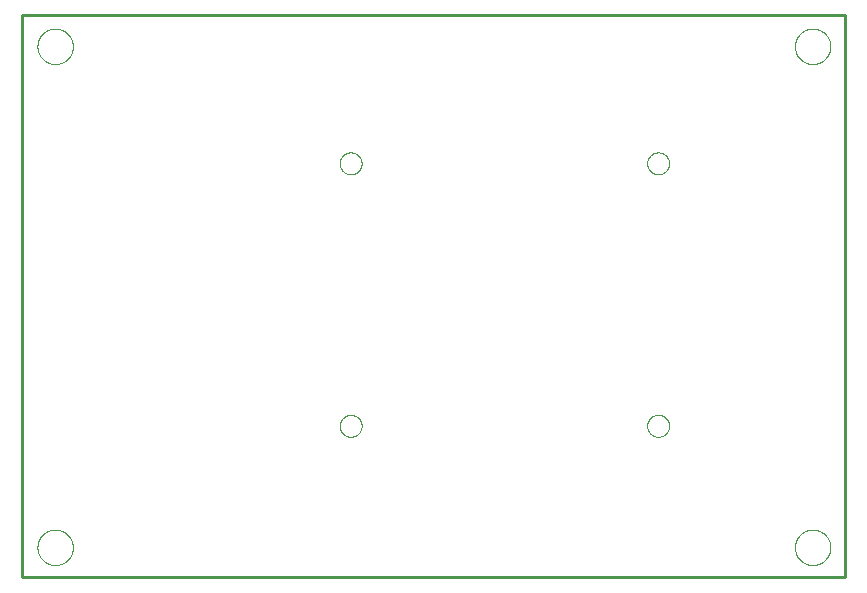
<source format=gtp>
G75*
%MOIN*%
%OFA0B0*%
%FSLAX25Y25*%
%IPPOS*%
%LPD*%
%AMOC8*
5,1,8,0,0,1.08239X$1,22.5*
%
%ADD10C,0.01000*%
%ADD11C,0.00000*%
D10*
X0028300Y0031800D02*
X0028300Y0219261D01*
X0302501Y0219261D01*
X0302501Y0031800D01*
X0028300Y0031800D01*
D11*
X0033394Y0041800D02*
X0033396Y0041953D01*
X0033402Y0042107D01*
X0033412Y0042260D01*
X0033426Y0042412D01*
X0033444Y0042565D01*
X0033466Y0042716D01*
X0033491Y0042867D01*
X0033521Y0043018D01*
X0033555Y0043168D01*
X0033592Y0043316D01*
X0033633Y0043464D01*
X0033678Y0043610D01*
X0033727Y0043756D01*
X0033780Y0043900D01*
X0033836Y0044042D01*
X0033896Y0044183D01*
X0033960Y0044323D01*
X0034027Y0044461D01*
X0034098Y0044597D01*
X0034173Y0044731D01*
X0034250Y0044863D01*
X0034332Y0044993D01*
X0034416Y0045121D01*
X0034504Y0045247D01*
X0034595Y0045370D01*
X0034689Y0045491D01*
X0034787Y0045609D01*
X0034887Y0045725D01*
X0034991Y0045838D01*
X0035097Y0045949D01*
X0035206Y0046057D01*
X0035318Y0046162D01*
X0035432Y0046263D01*
X0035550Y0046362D01*
X0035669Y0046458D01*
X0035791Y0046551D01*
X0035916Y0046640D01*
X0036043Y0046727D01*
X0036172Y0046809D01*
X0036303Y0046889D01*
X0036436Y0046965D01*
X0036571Y0047038D01*
X0036708Y0047107D01*
X0036847Y0047172D01*
X0036987Y0047234D01*
X0037129Y0047292D01*
X0037272Y0047347D01*
X0037417Y0047398D01*
X0037563Y0047445D01*
X0037710Y0047488D01*
X0037858Y0047527D01*
X0038007Y0047563D01*
X0038157Y0047594D01*
X0038308Y0047622D01*
X0038459Y0047646D01*
X0038612Y0047666D01*
X0038764Y0047682D01*
X0038917Y0047694D01*
X0039070Y0047702D01*
X0039223Y0047706D01*
X0039377Y0047706D01*
X0039530Y0047702D01*
X0039683Y0047694D01*
X0039836Y0047682D01*
X0039988Y0047666D01*
X0040141Y0047646D01*
X0040292Y0047622D01*
X0040443Y0047594D01*
X0040593Y0047563D01*
X0040742Y0047527D01*
X0040890Y0047488D01*
X0041037Y0047445D01*
X0041183Y0047398D01*
X0041328Y0047347D01*
X0041471Y0047292D01*
X0041613Y0047234D01*
X0041753Y0047172D01*
X0041892Y0047107D01*
X0042029Y0047038D01*
X0042164Y0046965D01*
X0042297Y0046889D01*
X0042428Y0046809D01*
X0042557Y0046727D01*
X0042684Y0046640D01*
X0042809Y0046551D01*
X0042931Y0046458D01*
X0043050Y0046362D01*
X0043168Y0046263D01*
X0043282Y0046162D01*
X0043394Y0046057D01*
X0043503Y0045949D01*
X0043609Y0045838D01*
X0043713Y0045725D01*
X0043813Y0045609D01*
X0043911Y0045491D01*
X0044005Y0045370D01*
X0044096Y0045247D01*
X0044184Y0045121D01*
X0044268Y0044993D01*
X0044350Y0044863D01*
X0044427Y0044731D01*
X0044502Y0044597D01*
X0044573Y0044461D01*
X0044640Y0044323D01*
X0044704Y0044183D01*
X0044764Y0044042D01*
X0044820Y0043900D01*
X0044873Y0043756D01*
X0044922Y0043610D01*
X0044967Y0043464D01*
X0045008Y0043316D01*
X0045045Y0043168D01*
X0045079Y0043018D01*
X0045109Y0042867D01*
X0045134Y0042716D01*
X0045156Y0042565D01*
X0045174Y0042412D01*
X0045188Y0042260D01*
X0045198Y0042107D01*
X0045204Y0041953D01*
X0045206Y0041800D01*
X0045204Y0041647D01*
X0045198Y0041493D01*
X0045188Y0041340D01*
X0045174Y0041188D01*
X0045156Y0041035D01*
X0045134Y0040884D01*
X0045109Y0040733D01*
X0045079Y0040582D01*
X0045045Y0040432D01*
X0045008Y0040284D01*
X0044967Y0040136D01*
X0044922Y0039990D01*
X0044873Y0039844D01*
X0044820Y0039700D01*
X0044764Y0039558D01*
X0044704Y0039417D01*
X0044640Y0039277D01*
X0044573Y0039139D01*
X0044502Y0039003D01*
X0044427Y0038869D01*
X0044350Y0038737D01*
X0044268Y0038607D01*
X0044184Y0038479D01*
X0044096Y0038353D01*
X0044005Y0038230D01*
X0043911Y0038109D01*
X0043813Y0037991D01*
X0043713Y0037875D01*
X0043609Y0037762D01*
X0043503Y0037651D01*
X0043394Y0037543D01*
X0043282Y0037438D01*
X0043168Y0037337D01*
X0043050Y0037238D01*
X0042931Y0037142D01*
X0042809Y0037049D01*
X0042684Y0036960D01*
X0042557Y0036873D01*
X0042428Y0036791D01*
X0042297Y0036711D01*
X0042164Y0036635D01*
X0042029Y0036562D01*
X0041892Y0036493D01*
X0041753Y0036428D01*
X0041613Y0036366D01*
X0041471Y0036308D01*
X0041328Y0036253D01*
X0041183Y0036202D01*
X0041037Y0036155D01*
X0040890Y0036112D01*
X0040742Y0036073D01*
X0040593Y0036037D01*
X0040443Y0036006D01*
X0040292Y0035978D01*
X0040141Y0035954D01*
X0039988Y0035934D01*
X0039836Y0035918D01*
X0039683Y0035906D01*
X0039530Y0035898D01*
X0039377Y0035894D01*
X0039223Y0035894D01*
X0039070Y0035898D01*
X0038917Y0035906D01*
X0038764Y0035918D01*
X0038612Y0035934D01*
X0038459Y0035954D01*
X0038308Y0035978D01*
X0038157Y0036006D01*
X0038007Y0036037D01*
X0037858Y0036073D01*
X0037710Y0036112D01*
X0037563Y0036155D01*
X0037417Y0036202D01*
X0037272Y0036253D01*
X0037129Y0036308D01*
X0036987Y0036366D01*
X0036847Y0036428D01*
X0036708Y0036493D01*
X0036571Y0036562D01*
X0036436Y0036635D01*
X0036303Y0036711D01*
X0036172Y0036791D01*
X0036043Y0036873D01*
X0035916Y0036960D01*
X0035791Y0037049D01*
X0035669Y0037142D01*
X0035550Y0037238D01*
X0035432Y0037337D01*
X0035318Y0037438D01*
X0035206Y0037543D01*
X0035097Y0037651D01*
X0034991Y0037762D01*
X0034887Y0037875D01*
X0034787Y0037991D01*
X0034689Y0038109D01*
X0034595Y0038230D01*
X0034504Y0038353D01*
X0034416Y0038479D01*
X0034332Y0038607D01*
X0034250Y0038737D01*
X0034173Y0038869D01*
X0034098Y0039003D01*
X0034027Y0039139D01*
X0033960Y0039277D01*
X0033896Y0039417D01*
X0033836Y0039558D01*
X0033780Y0039700D01*
X0033727Y0039844D01*
X0033678Y0039990D01*
X0033633Y0040136D01*
X0033592Y0040284D01*
X0033555Y0040432D01*
X0033521Y0040582D01*
X0033491Y0040733D01*
X0033466Y0040884D01*
X0033444Y0041035D01*
X0033426Y0041188D01*
X0033412Y0041340D01*
X0033402Y0041493D01*
X0033396Y0041647D01*
X0033394Y0041800D01*
X0134150Y0082300D02*
X0134152Y0082421D01*
X0134158Y0082541D01*
X0134168Y0082662D01*
X0134182Y0082781D01*
X0134200Y0082901D01*
X0134222Y0083019D01*
X0134247Y0083137D01*
X0134277Y0083254D01*
X0134310Y0083370D01*
X0134348Y0083485D01*
X0134389Y0083599D01*
X0134434Y0083711D01*
X0134482Y0083821D01*
X0134534Y0083930D01*
X0134590Y0084037D01*
X0134649Y0084142D01*
X0134712Y0084246D01*
X0134778Y0084347D01*
X0134847Y0084445D01*
X0134920Y0084542D01*
X0134995Y0084636D01*
X0135074Y0084727D01*
X0135156Y0084816D01*
X0135240Y0084902D01*
X0135328Y0084985D01*
X0135418Y0085066D01*
X0135511Y0085143D01*
X0135606Y0085217D01*
X0135704Y0085288D01*
X0135804Y0085356D01*
X0135906Y0085420D01*
X0136010Y0085481D01*
X0136116Y0085538D01*
X0136224Y0085592D01*
X0136334Y0085643D01*
X0136445Y0085689D01*
X0136558Y0085732D01*
X0136672Y0085771D01*
X0136787Y0085807D01*
X0136904Y0085838D01*
X0137021Y0085866D01*
X0137140Y0085890D01*
X0137259Y0085910D01*
X0137378Y0085926D01*
X0137499Y0085938D01*
X0137619Y0085946D01*
X0137740Y0085950D01*
X0137860Y0085950D01*
X0137981Y0085946D01*
X0138101Y0085938D01*
X0138222Y0085926D01*
X0138341Y0085910D01*
X0138460Y0085890D01*
X0138579Y0085866D01*
X0138696Y0085838D01*
X0138813Y0085807D01*
X0138928Y0085771D01*
X0139042Y0085732D01*
X0139155Y0085689D01*
X0139266Y0085643D01*
X0139376Y0085592D01*
X0139484Y0085538D01*
X0139590Y0085481D01*
X0139694Y0085420D01*
X0139796Y0085356D01*
X0139896Y0085288D01*
X0139994Y0085217D01*
X0140089Y0085143D01*
X0140182Y0085066D01*
X0140272Y0084985D01*
X0140360Y0084902D01*
X0140444Y0084816D01*
X0140526Y0084727D01*
X0140605Y0084636D01*
X0140680Y0084542D01*
X0140753Y0084445D01*
X0140822Y0084347D01*
X0140888Y0084246D01*
X0140951Y0084142D01*
X0141010Y0084037D01*
X0141066Y0083930D01*
X0141118Y0083821D01*
X0141166Y0083711D01*
X0141211Y0083599D01*
X0141252Y0083485D01*
X0141290Y0083370D01*
X0141323Y0083254D01*
X0141353Y0083137D01*
X0141378Y0083019D01*
X0141400Y0082901D01*
X0141418Y0082781D01*
X0141432Y0082662D01*
X0141442Y0082541D01*
X0141448Y0082421D01*
X0141450Y0082300D01*
X0141448Y0082179D01*
X0141442Y0082059D01*
X0141432Y0081938D01*
X0141418Y0081819D01*
X0141400Y0081699D01*
X0141378Y0081581D01*
X0141353Y0081463D01*
X0141323Y0081346D01*
X0141290Y0081230D01*
X0141252Y0081115D01*
X0141211Y0081001D01*
X0141166Y0080889D01*
X0141118Y0080779D01*
X0141066Y0080670D01*
X0141010Y0080563D01*
X0140951Y0080458D01*
X0140888Y0080354D01*
X0140822Y0080253D01*
X0140753Y0080155D01*
X0140680Y0080058D01*
X0140605Y0079964D01*
X0140526Y0079873D01*
X0140444Y0079784D01*
X0140360Y0079698D01*
X0140272Y0079615D01*
X0140182Y0079534D01*
X0140089Y0079457D01*
X0139994Y0079383D01*
X0139896Y0079312D01*
X0139796Y0079244D01*
X0139694Y0079180D01*
X0139590Y0079119D01*
X0139484Y0079062D01*
X0139376Y0079008D01*
X0139266Y0078957D01*
X0139155Y0078911D01*
X0139042Y0078868D01*
X0138928Y0078829D01*
X0138813Y0078793D01*
X0138696Y0078762D01*
X0138579Y0078734D01*
X0138460Y0078710D01*
X0138341Y0078690D01*
X0138222Y0078674D01*
X0138101Y0078662D01*
X0137981Y0078654D01*
X0137860Y0078650D01*
X0137740Y0078650D01*
X0137619Y0078654D01*
X0137499Y0078662D01*
X0137378Y0078674D01*
X0137259Y0078690D01*
X0137140Y0078710D01*
X0137021Y0078734D01*
X0136904Y0078762D01*
X0136787Y0078793D01*
X0136672Y0078829D01*
X0136558Y0078868D01*
X0136445Y0078911D01*
X0136334Y0078957D01*
X0136224Y0079008D01*
X0136116Y0079062D01*
X0136010Y0079119D01*
X0135906Y0079180D01*
X0135804Y0079244D01*
X0135704Y0079312D01*
X0135606Y0079383D01*
X0135511Y0079457D01*
X0135418Y0079534D01*
X0135328Y0079615D01*
X0135240Y0079698D01*
X0135156Y0079784D01*
X0135074Y0079873D01*
X0134995Y0079964D01*
X0134920Y0080058D01*
X0134847Y0080155D01*
X0134778Y0080253D01*
X0134712Y0080354D01*
X0134649Y0080458D01*
X0134590Y0080563D01*
X0134534Y0080670D01*
X0134482Y0080779D01*
X0134434Y0080889D01*
X0134389Y0081001D01*
X0134348Y0081115D01*
X0134310Y0081230D01*
X0134277Y0081346D01*
X0134247Y0081463D01*
X0134222Y0081581D01*
X0134200Y0081699D01*
X0134182Y0081819D01*
X0134168Y0081938D01*
X0134158Y0082059D01*
X0134152Y0082179D01*
X0134150Y0082300D01*
X0236650Y0082300D02*
X0236652Y0082421D01*
X0236658Y0082541D01*
X0236668Y0082662D01*
X0236682Y0082781D01*
X0236700Y0082901D01*
X0236722Y0083019D01*
X0236747Y0083137D01*
X0236777Y0083254D01*
X0236810Y0083370D01*
X0236848Y0083485D01*
X0236889Y0083599D01*
X0236934Y0083711D01*
X0236982Y0083821D01*
X0237034Y0083930D01*
X0237090Y0084037D01*
X0237149Y0084142D01*
X0237212Y0084246D01*
X0237278Y0084347D01*
X0237347Y0084445D01*
X0237420Y0084542D01*
X0237495Y0084636D01*
X0237574Y0084727D01*
X0237656Y0084816D01*
X0237740Y0084902D01*
X0237828Y0084985D01*
X0237918Y0085066D01*
X0238011Y0085143D01*
X0238106Y0085217D01*
X0238204Y0085288D01*
X0238304Y0085356D01*
X0238406Y0085420D01*
X0238510Y0085481D01*
X0238616Y0085538D01*
X0238724Y0085592D01*
X0238834Y0085643D01*
X0238945Y0085689D01*
X0239058Y0085732D01*
X0239172Y0085771D01*
X0239287Y0085807D01*
X0239404Y0085838D01*
X0239521Y0085866D01*
X0239640Y0085890D01*
X0239759Y0085910D01*
X0239878Y0085926D01*
X0239999Y0085938D01*
X0240119Y0085946D01*
X0240240Y0085950D01*
X0240360Y0085950D01*
X0240481Y0085946D01*
X0240601Y0085938D01*
X0240722Y0085926D01*
X0240841Y0085910D01*
X0240960Y0085890D01*
X0241079Y0085866D01*
X0241196Y0085838D01*
X0241313Y0085807D01*
X0241428Y0085771D01*
X0241542Y0085732D01*
X0241655Y0085689D01*
X0241766Y0085643D01*
X0241876Y0085592D01*
X0241984Y0085538D01*
X0242090Y0085481D01*
X0242194Y0085420D01*
X0242296Y0085356D01*
X0242396Y0085288D01*
X0242494Y0085217D01*
X0242589Y0085143D01*
X0242682Y0085066D01*
X0242772Y0084985D01*
X0242860Y0084902D01*
X0242944Y0084816D01*
X0243026Y0084727D01*
X0243105Y0084636D01*
X0243180Y0084542D01*
X0243253Y0084445D01*
X0243322Y0084347D01*
X0243388Y0084246D01*
X0243451Y0084142D01*
X0243510Y0084037D01*
X0243566Y0083930D01*
X0243618Y0083821D01*
X0243666Y0083711D01*
X0243711Y0083599D01*
X0243752Y0083485D01*
X0243790Y0083370D01*
X0243823Y0083254D01*
X0243853Y0083137D01*
X0243878Y0083019D01*
X0243900Y0082901D01*
X0243918Y0082781D01*
X0243932Y0082662D01*
X0243942Y0082541D01*
X0243948Y0082421D01*
X0243950Y0082300D01*
X0243948Y0082179D01*
X0243942Y0082059D01*
X0243932Y0081938D01*
X0243918Y0081819D01*
X0243900Y0081699D01*
X0243878Y0081581D01*
X0243853Y0081463D01*
X0243823Y0081346D01*
X0243790Y0081230D01*
X0243752Y0081115D01*
X0243711Y0081001D01*
X0243666Y0080889D01*
X0243618Y0080779D01*
X0243566Y0080670D01*
X0243510Y0080563D01*
X0243451Y0080458D01*
X0243388Y0080354D01*
X0243322Y0080253D01*
X0243253Y0080155D01*
X0243180Y0080058D01*
X0243105Y0079964D01*
X0243026Y0079873D01*
X0242944Y0079784D01*
X0242860Y0079698D01*
X0242772Y0079615D01*
X0242682Y0079534D01*
X0242589Y0079457D01*
X0242494Y0079383D01*
X0242396Y0079312D01*
X0242296Y0079244D01*
X0242194Y0079180D01*
X0242090Y0079119D01*
X0241984Y0079062D01*
X0241876Y0079008D01*
X0241766Y0078957D01*
X0241655Y0078911D01*
X0241542Y0078868D01*
X0241428Y0078829D01*
X0241313Y0078793D01*
X0241196Y0078762D01*
X0241079Y0078734D01*
X0240960Y0078710D01*
X0240841Y0078690D01*
X0240722Y0078674D01*
X0240601Y0078662D01*
X0240481Y0078654D01*
X0240360Y0078650D01*
X0240240Y0078650D01*
X0240119Y0078654D01*
X0239999Y0078662D01*
X0239878Y0078674D01*
X0239759Y0078690D01*
X0239640Y0078710D01*
X0239521Y0078734D01*
X0239404Y0078762D01*
X0239287Y0078793D01*
X0239172Y0078829D01*
X0239058Y0078868D01*
X0238945Y0078911D01*
X0238834Y0078957D01*
X0238724Y0079008D01*
X0238616Y0079062D01*
X0238510Y0079119D01*
X0238406Y0079180D01*
X0238304Y0079244D01*
X0238204Y0079312D01*
X0238106Y0079383D01*
X0238011Y0079457D01*
X0237918Y0079534D01*
X0237828Y0079615D01*
X0237740Y0079698D01*
X0237656Y0079784D01*
X0237574Y0079873D01*
X0237495Y0079964D01*
X0237420Y0080058D01*
X0237347Y0080155D01*
X0237278Y0080253D01*
X0237212Y0080354D01*
X0237149Y0080458D01*
X0237090Y0080563D01*
X0237034Y0080670D01*
X0236982Y0080779D01*
X0236934Y0080889D01*
X0236889Y0081001D01*
X0236848Y0081115D01*
X0236810Y0081230D01*
X0236777Y0081346D01*
X0236747Y0081463D01*
X0236722Y0081581D01*
X0236700Y0081699D01*
X0236682Y0081819D01*
X0236668Y0081938D01*
X0236658Y0082059D01*
X0236652Y0082179D01*
X0236650Y0082300D01*
X0285894Y0041800D02*
X0285896Y0041953D01*
X0285902Y0042107D01*
X0285912Y0042260D01*
X0285926Y0042412D01*
X0285944Y0042565D01*
X0285966Y0042716D01*
X0285991Y0042867D01*
X0286021Y0043018D01*
X0286055Y0043168D01*
X0286092Y0043316D01*
X0286133Y0043464D01*
X0286178Y0043610D01*
X0286227Y0043756D01*
X0286280Y0043900D01*
X0286336Y0044042D01*
X0286396Y0044183D01*
X0286460Y0044323D01*
X0286527Y0044461D01*
X0286598Y0044597D01*
X0286673Y0044731D01*
X0286750Y0044863D01*
X0286832Y0044993D01*
X0286916Y0045121D01*
X0287004Y0045247D01*
X0287095Y0045370D01*
X0287189Y0045491D01*
X0287287Y0045609D01*
X0287387Y0045725D01*
X0287491Y0045838D01*
X0287597Y0045949D01*
X0287706Y0046057D01*
X0287818Y0046162D01*
X0287932Y0046263D01*
X0288050Y0046362D01*
X0288169Y0046458D01*
X0288291Y0046551D01*
X0288416Y0046640D01*
X0288543Y0046727D01*
X0288672Y0046809D01*
X0288803Y0046889D01*
X0288936Y0046965D01*
X0289071Y0047038D01*
X0289208Y0047107D01*
X0289347Y0047172D01*
X0289487Y0047234D01*
X0289629Y0047292D01*
X0289772Y0047347D01*
X0289917Y0047398D01*
X0290063Y0047445D01*
X0290210Y0047488D01*
X0290358Y0047527D01*
X0290507Y0047563D01*
X0290657Y0047594D01*
X0290808Y0047622D01*
X0290959Y0047646D01*
X0291112Y0047666D01*
X0291264Y0047682D01*
X0291417Y0047694D01*
X0291570Y0047702D01*
X0291723Y0047706D01*
X0291877Y0047706D01*
X0292030Y0047702D01*
X0292183Y0047694D01*
X0292336Y0047682D01*
X0292488Y0047666D01*
X0292641Y0047646D01*
X0292792Y0047622D01*
X0292943Y0047594D01*
X0293093Y0047563D01*
X0293242Y0047527D01*
X0293390Y0047488D01*
X0293537Y0047445D01*
X0293683Y0047398D01*
X0293828Y0047347D01*
X0293971Y0047292D01*
X0294113Y0047234D01*
X0294253Y0047172D01*
X0294392Y0047107D01*
X0294529Y0047038D01*
X0294664Y0046965D01*
X0294797Y0046889D01*
X0294928Y0046809D01*
X0295057Y0046727D01*
X0295184Y0046640D01*
X0295309Y0046551D01*
X0295431Y0046458D01*
X0295550Y0046362D01*
X0295668Y0046263D01*
X0295782Y0046162D01*
X0295894Y0046057D01*
X0296003Y0045949D01*
X0296109Y0045838D01*
X0296213Y0045725D01*
X0296313Y0045609D01*
X0296411Y0045491D01*
X0296505Y0045370D01*
X0296596Y0045247D01*
X0296684Y0045121D01*
X0296768Y0044993D01*
X0296850Y0044863D01*
X0296927Y0044731D01*
X0297002Y0044597D01*
X0297073Y0044461D01*
X0297140Y0044323D01*
X0297204Y0044183D01*
X0297264Y0044042D01*
X0297320Y0043900D01*
X0297373Y0043756D01*
X0297422Y0043610D01*
X0297467Y0043464D01*
X0297508Y0043316D01*
X0297545Y0043168D01*
X0297579Y0043018D01*
X0297609Y0042867D01*
X0297634Y0042716D01*
X0297656Y0042565D01*
X0297674Y0042412D01*
X0297688Y0042260D01*
X0297698Y0042107D01*
X0297704Y0041953D01*
X0297706Y0041800D01*
X0297704Y0041647D01*
X0297698Y0041493D01*
X0297688Y0041340D01*
X0297674Y0041188D01*
X0297656Y0041035D01*
X0297634Y0040884D01*
X0297609Y0040733D01*
X0297579Y0040582D01*
X0297545Y0040432D01*
X0297508Y0040284D01*
X0297467Y0040136D01*
X0297422Y0039990D01*
X0297373Y0039844D01*
X0297320Y0039700D01*
X0297264Y0039558D01*
X0297204Y0039417D01*
X0297140Y0039277D01*
X0297073Y0039139D01*
X0297002Y0039003D01*
X0296927Y0038869D01*
X0296850Y0038737D01*
X0296768Y0038607D01*
X0296684Y0038479D01*
X0296596Y0038353D01*
X0296505Y0038230D01*
X0296411Y0038109D01*
X0296313Y0037991D01*
X0296213Y0037875D01*
X0296109Y0037762D01*
X0296003Y0037651D01*
X0295894Y0037543D01*
X0295782Y0037438D01*
X0295668Y0037337D01*
X0295550Y0037238D01*
X0295431Y0037142D01*
X0295309Y0037049D01*
X0295184Y0036960D01*
X0295057Y0036873D01*
X0294928Y0036791D01*
X0294797Y0036711D01*
X0294664Y0036635D01*
X0294529Y0036562D01*
X0294392Y0036493D01*
X0294253Y0036428D01*
X0294113Y0036366D01*
X0293971Y0036308D01*
X0293828Y0036253D01*
X0293683Y0036202D01*
X0293537Y0036155D01*
X0293390Y0036112D01*
X0293242Y0036073D01*
X0293093Y0036037D01*
X0292943Y0036006D01*
X0292792Y0035978D01*
X0292641Y0035954D01*
X0292488Y0035934D01*
X0292336Y0035918D01*
X0292183Y0035906D01*
X0292030Y0035898D01*
X0291877Y0035894D01*
X0291723Y0035894D01*
X0291570Y0035898D01*
X0291417Y0035906D01*
X0291264Y0035918D01*
X0291112Y0035934D01*
X0290959Y0035954D01*
X0290808Y0035978D01*
X0290657Y0036006D01*
X0290507Y0036037D01*
X0290358Y0036073D01*
X0290210Y0036112D01*
X0290063Y0036155D01*
X0289917Y0036202D01*
X0289772Y0036253D01*
X0289629Y0036308D01*
X0289487Y0036366D01*
X0289347Y0036428D01*
X0289208Y0036493D01*
X0289071Y0036562D01*
X0288936Y0036635D01*
X0288803Y0036711D01*
X0288672Y0036791D01*
X0288543Y0036873D01*
X0288416Y0036960D01*
X0288291Y0037049D01*
X0288169Y0037142D01*
X0288050Y0037238D01*
X0287932Y0037337D01*
X0287818Y0037438D01*
X0287706Y0037543D01*
X0287597Y0037651D01*
X0287491Y0037762D01*
X0287387Y0037875D01*
X0287287Y0037991D01*
X0287189Y0038109D01*
X0287095Y0038230D01*
X0287004Y0038353D01*
X0286916Y0038479D01*
X0286832Y0038607D01*
X0286750Y0038737D01*
X0286673Y0038869D01*
X0286598Y0039003D01*
X0286527Y0039139D01*
X0286460Y0039277D01*
X0286396Y0039417D01*
X0286336Y0039558D01*
X0286280Y0039700D01*
X0286227Y0039844D01*
X0286178Y0039990D01*
X0286133Y0040136D01*
X0286092Y0040284D01*
X0286055Y0040432D01*
X0286021Y0040582D01*
X0285991Y0040733D01*
X0285966Y0040884D01*
X0285944Y0041035D01*
X0285926Y0041188D01*
X0285912Y0041340D01*
X0285902Y0041493D01*
X0285896Y0041647D01*
X0285894Y0041800D01*
X0236650Y0169800D02*
X0236652Y0169921D01*
X0236658Y0170041D01*
X0236668Y0170162D01*
X0236682Y0170281D01*
X0236700Y0170401D01*
X0236722Y0170519D01*
X0236747Y0170637D01*
X0236777Y0170754D01*
X0236810Y0170870D01*
X0236848Y0170985D01*
X0236889Y0171099D01*
X0236934Y0171211D01*
X0236982Y0171321D01*
X0237034Y0171430D01*
X0237090Y0171537D01*
X0237149Y0171642D01*
X0237212Y0171746D01*
X0237278Y0171847D01*
X0237347Y0171945D01*
X0237420Y0172042D01*
X0237495Y0172136D01*
X0237574Y0172227D01*
X0237656Y0172316D01*
X0237740Y0172402D01*
X0237828Y0172485D01*
X0237918Y0172566D01*
X0238011Y0172643D01*
X0238106Y0172717D01*
X0238204Y0172788D01*
X0238304Y0172856D01*
X0238406Y0172920D01*
X0238510Y0172981D01*
X0238616Y0173038D01*
X0238724Y0173092D01*
X0238834Y0173143D01*
X0238945Y0173189D01*
X0239058Y0173232D01*
X0239172Y0173271D01*
X0239287Y0173307D01*
X0239404Y0173338D01*
X0239521Y0173366D01*
X0239640Y0173390D01*
X0239759Y0173410D01*
X0239878Y0173426D01*
X0239999Y0173438D01*
X0240119Y0173446D01*
X0240240Y0173450D01*
X0240360Y0173450D01*
X0240481Y0173446D01*
X0240601Y0173438D01*
X0240722Y0173426D01*
X0240841Y0173410D01*
X0240960Y0173390D01*
X0241079Y0173366D01*
X0241196Y0173338D01*
X0241313Y0173307D01*
X0241428Y0173271D01*
X0241542Y0173232D01*
X0241655Y0173189D01*
X0241766Y0173143D01*
X0241876Y0173092D01*
X0241984Y0173038D01*
X0242090Y0172981D01*
X0242194Y0172920D01*
X0242296Y0172856D01*
X0242396Y0172788D01*
X0242494Y0172717D01*
X0242589Y0172643D01*
X0242682Y0172566D01*
X0242772Y0172485D01*
X0242860Y0172402D01*
X0242944Y0172316D01*
X0243026Y0172227D01*
X0243105Y0172136D01*
X0243180Y0172042D01*
X0243253Y0171945D01*
X0243322Y0171847D01*
X0243388Y0171746D01*
X0243451Y0171642D01*
X0243510Y0171537D01*
X0243566Y0171430D01*
X0243618Y0171321D01*
X0243666Y0171211D01*
X0243711Y0171099D01*
X0243752Y0170985D01*
X0243790Y0170870D01*
X0243823Y0170754D01*
X0243853Y0170637D01*
X0243878Y0170519D01*
X0243900Y0170401D01*
X0243918Y0170281D01*
X0243932Y0170162D01*
X0243942Y0170041D01*
X0243948Y0169921D01*
X0243950Y0169800D01*
X0243948Y0169679D01*
X0243942Y0169559D01*
X0243932Y0169438D01*
X0243918Y0169319D01*
X0243900Y0169199D01*
X0243878Y0169081D01*
X0243853Y0168963D01*
X0243823Y0168846D01*
X0243790Y0168730D01*
X0243752Y0168615D01*
X0243711Y0168501D01*
X0243666Y0168389D01*
X0243618Y0168279D01*
X0243566Y0168170D01*
X0243510Y0168063D01*
X0243451Y0167958D01*
X0243388Y0167854D01*
X0243322Y0167753D01*
X0243253Y0167655D01*
X0243180Y0167558D01*
X0243105Y0167464D01*
X0243026Y0167373D01*
X0242944Y0167284D01*
X0242860Y0167198D01*
X0242772Y0167115D01*
X0242682Y0167034D01*
X0242589Y0166957D01*
X0242494Y0166883D01*
X0242396Y0166812D01*
X0242296Y0166744D01*
X0242194Y0166680D01*
X0242090Y0166619D01*
X0241984Y0166562D01*
X0241876Y0166508D01*
X0241766Y0166457D01*
X0241655Y0166411D01*
X0241542Y0166368D01*
X0241428Y0166329D01*
X0241313Y0166293D01*
X0241196Y0166262D01*
X0241079Y0166234D01*
X0240960Y0166210D01*
X0240841Y0166190D01*
X0240722Y0166174D01*
X0240601Y0166162D01*
X0240481Y0166154D01*
X0240360Y0166150D01*
X0240240Y0166150D01*
X0240119Y0166154D01*
X0239999Y0166162D01*
X0239878Y0166174D01*
X0239759Y0166190D01*
X0239640Y0166210D01*
X0239521Y0166234D01*
X0239404Y0166262D01*
X0239287Y0166293D01*
X0239172Y0166329D01*
X0239058Y0166368D01*
X0238945Y0166411D01*
X0238834Y0166457D01*
X0238724Y0166508D01*
X0238616Y0166562D01*
X0238510Y0166619D01*
X0238406Y0166680D01*
X0238304Y0166744D01*
X0238204Y0166812D01*
X0238106Y0166883D01*
X0238011Y0166957D01*
X0237918Y0167034D01*
X0237828Y0167115D01*
X0237740Y0167198D01*
X0237656Y0167284D01*
X0237574Y0167373D01*
X0237495Y0167464D01*
X0237420Y0167558D01*
X0237347Y0167655D01*
X0237278Y0167753D01*
X0237212Y0167854D01*
X0237149Y0167958D01*
X0237090Y0168063D01*
X0237034Y0168170D01*
X0236982Y0168279D01*
X0236934Y0168389D01*
X0236889Y0168501D01*
X0236848Y0168615D01*
X0236810Y0168730D01*
X0236777Y0168846D01*
X0236747Y0168963D01*
X0236722Y0169081D01*
X0236700Y0169199D01*
X0236682Y0169319D01*
X0236668Y0169438D01*
X0236658Y0169559D01*
X0236652Y0169679D01*
X0236650Y0169800D01*
X0285894Y0208800D02*
X0285896Y0208953D01*
X0285902Y0209107D01*
X0285912Y0209260D01*
X0285926Y0209412D01*
X0285944Y0209565D01*
X0285966Y0209716D01*
X0285991Y0209867D01*
X0286021Y0210018D01*
X0286055Y0210168D01*
X0286092Y0210316D01*
X0286133Y0210464D01*
X0286178Y0210610D01*
X0286227Y0210756D01*
X0286280Y0210900D01*
X0286336Y0211042D01*
X0286396Y0211183D01*
X0286460Y0211323D01*
X0286527Y0211461D01*
X0286598Y0211597D01*
X0286673Y0211731D01*
X0286750Y0211863D01*
X0286832Y0211993D01*
X0286916Y0212121D01*
X0287004Y0212247D01*
X0287095Y0212370D01*
X0287189Y0212491D01*
X0287287Y0212609D01*
X0287387Y0212725D01*
X0287491Y0212838D01*
X0287597Y0212949D01*
X0287706Y0213057D01*
X0287818Y0213162D01*
X0287932Y0213263D01*
X0288050Y0213362D01*
X0288169Y0213458D01*
X0288291Y0213551D01*
X0288416Y0213640D01*
X0288543Y0213727D01*
X0288672Y0213809D01*
X0288803Y0213889D01*
X0288936Y0213965D01*
X0289071Y0214038D01*
X0289208Y0214107D01*
X0289347Y0214172D01*
X0289487Y0214234D01*
X0289629Y0214292D01*
X0289772Y0214347D01*
X0289917Y0214398D01*
X0290063Y0214445D01*
X0290210Y0214488D01*
X0290358Y0214527D01*
X0290507Y0214563D01*
X0290657Y0214594D01*
X0290808Y0214622D01*
X0290959Y0214646D01*
X0291112Y0214666D01*
X0291264Y0214682D01*
X0291417Y0214694D01*
X0291570Y0214702D01*
X0291723Y0214706D01*
X0291877Y0214706D01*
X0292030Y0214702D01*
X0292183Y0214694D01*
X0292336Y0214682D01*
X0292488Y0214666D01*
X0292641Y0214646D01*
X0292792Y0214622D01*
X0292943Y0214594D01*
X0293093Y0214563D01*
X0293242Y0214527D01*
X0293390Y0214488D01*
X0293537Y0214445D01*
X0293683Y0214398D01*
X0293828Y0214347D01*
X0293971Y0214292D01*
X0294113Y0214234D01*
X0294253Y0214172D01*
X0294392Y0214107D01*
X0294529Y0214038D01*
X0294664Y0213965D01*
X0294797Y0213889D01*
X0294928Y0213809D01*
X0295057Y0213727D01*
X0295184Y0213640D01*
X0295309Y0213551D01*
X0295431Y0213458D01*
X0295550Y0213362D01*
X0295668Y0213263D01*
X0295782Y0213162D01*
X0295894Y0213057D01*
X0296003Y0212949D01*
X0296109Y0212838D01*
X0296213Y0212725D01*
X0296313Y0212609D01*
X0296411Y0212491D01*
X0296505Y0212370D01*
X0296596Y0212247D01*
X0296684Y0212121D01*
X0296768Y0211993D01*
X0296850Y0211863D01*
X0296927Y0211731D01*
X0297002Y0211597D01*
X0297073Y0211461D01*
X0297140Y0211323D01*
X0297204Y0211183D01*
X0297264Y0211042D01*
X0297320Y0210900D01*
X0297373Y0210756D01*
X0297422Y0210610D01*
X0297467Y0210464D01*
X0297508Y0210316D01*
X0297545Y0210168D01*
X0297579Y0210018D01*
X0297609Y0209867D01*
X0297634Y0209716D01*
X0297656Y0209565D01*
X0297674Y0209412D01*
X0297688Y0209260D01*
X0297698Y0209107D01*
X0297704Y0208953D01*
X0297706Y0208800D01*
X0297704Y0208647D01*
X0297698Y0208493D01*
X0297688Y0208340D01*
X0297674Y0208188D01*
X0297656Y0208035D01*
X0297634Y0207884D01*
X0297609Y0207733D01*
X0297579Y0207582D01*
X0297545Y0207432D01*
X0297508Y0207284D01*
X0297467Y0207136D01*
X0297422Y0206990D01*
X0297373Y0206844D01*
X0297320Y0206700D01*
X0297264Y0206558D01*
X0297204Y0206417D01*
X0297140Y0206277D01*
X0297073Y0206139D01*
X0297002Y0206003D01*
X0296927Y0205869D01*
X0296850Y0205737D01*
X0296768Y0205607D01*
X0296684Y0205479D01*
X0296596Y0205353D01*
X0296505Y0205230D01*
X0296411Y0205109D01*
X0296313Y0204991D01*
X0296213Y0204875D01*
X0296109Y0204762D01*
X0296003Y0204651D01*
X0295894Y0204543D01*
X0295782Y0204438D01*
X0295668Y0204337D01*
X0295550Y0204238D01*
X0295431Y0204142D01*
X0295309Y0204049D01*
X0295184Y0203960D01*
X0295057Y0203873D01*
X0294928Y0203791D01*
X0294797Y0203711D01*
X0294664Y0203635D01*
X0294529Y0203562D01*
X0294392Y0203493D01*
X0294253Y0203428D01*
X0294113Y0203366D01*
X0293971Y0203308D01*
X0293828Y0203253D01*
X0293683Y0203202D01*
X0293537Y0203155D01*
X0293390Y0203112D01*
X0293242Y0203073D01*
X0293093Y0203037D01*
X0292943Y0203006D01*
X0292792Y0202978D01*
X0292641Y0202954D01*
X0292488Y0202934D01*
X0292336Y0202918D01*
X0292183Y0202906D01*
X0292030Y0202898D01*
X0291877Y0202894D01*
X0291723Y0202894D01*
X0291570Y0202898D01*
X0291417Y0202906D01*
X0291264Y0202918D01*
X0291112Y0202934D01*
X0290959Y0202954D01*
X0290808Y0202978D01*
X0290657Y0203006D01*
X0290507Y0203037D01*
X0290358Y0203073D01*
X0290210Y0203112D01*
X0290063Y0203155D01*
X0289917Y0203202D01*
X0289772Y0203253D01*
X0289629Y0203308D01*
X0289487Y0203366D01*
X0289347Y0203428D01*
X0289208Y0203493D01*
X0289071Y0203562D01*
X0288936Y0203635D01*
X0288803Y0203711D01*
X0288672Y0203791D01*
X0288543Y0203873D01*
X0288416Y0203960D01*
X0288291Y0204049D01*
X0288169Y0204142D01*
X0288050Y0204238D01*
X0287932Y0204337D01*
X0287818Y0204438D01*
X0287706Y0204543D01*
X0287597Y0204651D01*
X0287491Y0204762D01*
X0287387Y0204875D01*
X0287287Y0204991D01*
X0287189Y0205109D01*
X0287095Y0205230D01*
X0287004Y0205353D01*
X0286916Y0205479D01*
X0286832Y0205607D01*
X0286750Y0205737D01*
X0286673Y0205869D01*
X0286598Y0206003D01*
X0286527Y0206139D01*
X0286460Y0206277D01*
X0286396Y0206417D01*
X0286336Y0206558D01*
X0286280Y0206700D01*
X0286227Y0206844D01*
X0286178Y0206990D01*
X0286133Y0207136D01*
X0286092Y0207284D01*
X0286055Y0207432D01*
X0286021Y0207582D01*
X0285991Y0207733D01*
X0285966Y0207884D01*
X0285944Y0208035D01*
X0285926Y0208188D01*
X0285912Y0208340D01*
X0285902Y0208493D01*
X0285896Y0208647D01*
X0285894Y0208800D01*
X0134150Y0169800D02*
X0134152Y0169921D01*
X0134158Y0170041D01*
X0134168Y0170162D01*
X0134182Y0170281D01*
X0134200Y0170401D01*
X0134222Y0170519D01*
X0134247Y0170637D01*
X0134277Y0170754D01*
X0134310Y0170870D01*
X0134348Y0170985D01*
X0134389Y0171099D01*
X0134434Y0171211D01*
X0134482Y0171321D01*
X0134534Y0171430D01*
X0134590Y0171537D01*
X0134649Y0171642D01*
X0134712Y0171746D01*
X0134778Y0171847D01*
X0134847Y0171945D01*
X0134920Y0172042D01*
X0134995Y0172136D01*
X0135074Y0172227D01*
X0135156Y0172316D01*
X0135240Y0172402D01*
X0135328Y0172485D01*
X0135418Y0172566D01*
X0135511Y0172643D01*
X0135606Y0172717D01*
X0135704Y0172788D01*
X0135804Y0172856D01*
X0135906Y0172920D01*
X0136010Y0172981D01*
X0136116Y0173038D01*
X0136224Y0173092D01*
X0136334Y0173143D01*
X0136445Y0173189D01*
X0136558Y0173232D01*
X0136672Y0173271D01*
X0136787Y0173307D01*
X0136904Y0173338D01*
X0137021Y0173366D01*
X0137140Y0173390D01*
X0137259Y0173410D01*
X0137378Y0173426D01*
X0137499Y0173438D01*
X0137619Y0173446D01*
X0137740Y0173450D01*
X0137860Y0173450D01*
X0137981Y0173446D01*
X0138101Y0173438D01*
X0138222Y0173426D01*
X0138341Y0173410D01*
X0138460Y0173390D01*
X0138579Y0173366D01*
X0138696Y0173338D01*
X0138813Y0173307D01*
X0138928Y0173271D01*
X0139042Y0173232D01*
X0139155Y0173189D01*
X0139266Y0173143D01*
X0139376Y0173092D01*
X0139484Y0173038D01*
X0139590Y0172981D01*
X0139694Y0172920D01*
X0139796Y0172856D01*
X0139896Y0172788D01*
X0139994Y0172717D01*
X0140089Y0172643D01*
X0140182Y0172566D01*
X0140272Y0172485D01*
X0140360Y0172402D01*
X0140444Y0172316D01*
X0140526Y0172227D01*
X0140605Y0172136D01*
X0140680Y0172042D01*
X0140753Y0171945D01*
X0140822Y0171847D01*
X0140888Y0171746D01*
X0140951Y0171642D01*
X0141010Y0171537D01*
X0141066Y0171430D01*
X0141118Y0171321D01*
X0141166Y0171211D01*
X0141211Y0171099D01*
X0141252Y0170985D01*
X0141290Y0170870D01*
X0141323Y0170754D01*
X0141353Y0170637D01*
X0141378Y0170519D01*
X0141400Y0170401D01*
X0141418Y0170281D01*
X0141432Y0170162D01*
X0141442Y0170041D01*
X0141448Y0169921D01*
X0141450Y0169800D01*
X0141448Y0169679D01*
X0141442Y0169559D01*
X0141432Y0169438D01*
X0141418Y0169319D01*
X0141400Y0169199D01*
X0141378Y0169081D01*
X0141353Y0168963D01*
X0141323Y0168846D01*
X0141290Y0168730D01*
X0141252Y0168615D01*
X0141211Y0168501D01*
X0141166Y0168389D01*
X0141118Y0168279D01*
X0141066Y0168170D01*
X0141010Y0168063D01*
X0140951Y0167958D01*
X0140888Y0167854D01*
X0140822Y0167753D01*
X0140753Y0167655D01*
X0140680Y0167558D01*
X0140605Y0167464D01*
X0140526Y0167373D01*
X0140444Y0167284D01*
X0140360Y0167198D01*
X0140272Y0167115D01*
X0140182Y0167034D01*
X0140089Y0166957D01*
X0139994Y0166883D01*
X0139896Y0166812D01*
X0139796Y0166744D01*
X0139694Y0166680D01*
X0139590Y0166619D01*
X0139484Y0166562D01*
X0139376Y0166508D01*
X0139266Y0166457D01*
X0139155Y0166411D01*
X0139042Y0166368D01*
X0138928Y0166329D01*
X0138813Y0166293D01*
X0138696Y0166262D01*
X0138579Y0166234D01*
X0138460Y0166210D01*
X0138341Y0166190D01*
X0138222Y0166174D01*
X0138101Y0166162D01*
X0137981Y0166154D01*
X0137860Y0166150D01*
X0137740Y0166150D01*
X0137619Y0166154D01*
X0137499Y0166162D01*
X0137378Y0166174D01*
X0137259Y0166190D01*
X0137140Y0166210D01*
X0137021Y0166234D01*
X0136904Y0166262D01*
X0136787Y0166293D01*
X0136672Y0166329D01*
X0136558Y0166368D01*
X0136445Y0166411D01*
X0136334Y0166457D01*
X0136224Y0166508D01*
X0136116Y0166562D01*
X0136010Y0166619D01*
X0135906Y0166680D01*
X0135804Y0166744D01*
X0135704Y0166812D01*
X0135606Y0166883D01*
X0135511Y0166957D01*
X0135418Y0167034D01*
X0135328Y0167115D01*
X0135240Y0167198D01*
X0135156Y0167284D01*
X0135074Y0167373D01*
X0134995Y0167464D01*
X0134920Y0167558D01*
X0134847Y0167655D01*
X0134778Y0167753D01*
X0134712Y0167854D01*
X0134649Y0167958D01*
X0134590Y0168063D01*
X0134534Y0168170D01*
X0134482Y0168279D01*
X0134434Y0168389D01*
X0134389Y0168501D01*
X0134348Y0168615D01*
X0134310Y0168730D01*
X0134277Y0168846D01*
X0134247Y0168963D01*
X0134222Y0169081D01*
X0134200Y0169199D01*
X0134182Y0169319D01*
X0134168Y0169438D01*
X0134158Y0169559D01*
X0134152Y0169679D01*
X0134150Y0169800D01*
X0033394Y0208800D02*
X0033396Y0208953D01*
X0033402Y0209107D01*
X0033412Y0209260D01*
X0033426Y0209412D01*
X0033444Y0209565D01*
X0033466Y0209716D01*
X0033491Y0209867D01*
X0033521Y0210018D01*
X0033555Y0210168D01*
X0033592Y0210316D01*
X0033633Y0210464D01*
X0033678Y0210610D01*
X0033727Y0210756D01*
X0033780Y0210900D01*
X0033836Y0211042D01*
X0033896Y0211183D01*
X0033960Y0211323D01*
X0034027Y0211461D01*
X0034098Y0211597D01*
X0034173Y0211731D01*
X0034250Y0211863D01*
X0034332Y0211993D01*
X0034416Y0212121D01*
X0034504Y0212247D01*
X0034595Y0212370D01*
X0034689Y0212491D01*
X0034787Y0212609D01*
X0034887Y0212725D01*
X0034991Y0212838D01*
X0035097Y0212949D01*
X0035206Y0213057D01*
X0035318Y0213162D01*
X0035432Y0213263D01*
X0035550Y0213362D01*
X0035669Y0213458D01*
X0035791Y0213551D01*
X0035916Y0213640D01*
X0036043Y0213727D01*
X0036172Y0213809D01*
X0036303Y0213889D01*
X0036436Y0213965D01*
X0036571Y0214038D01*
X0036708Y0214107D01*
X0036847Y0214172D01*
X0036987Y0214234D01*
X0037129Y0214292D01*
X0037272Y0214347D01*
X0037417Y0214398D01*
X0037563Y0214445D01*
X0037710Y0214488D01*
X0037858Y0214527D01*
X0038007Y0214563D01*
X0038157Y0214594D01*
X0038308Y0214622D01*
X0038459Y0214646D01*
X0038612Y0214666D01*
X0038764Y0214682D01*
X0038917Y0214694D01*
X0039070Y0214702D01*
X0039223Y0214706D01*
X0039377Y0214706D01*
X0039530Y0214702D01*
X0039683Y0214694D01*
X0039836Y0214682D01*
X0039988Y0214666D01*
X0040141Y0214646D01*
X0040292Y0214622D01*
X0040443Y0214594D01*
X0040593Y0214563D01*
X0040742Y0214527D01*
X0040890Y0214488D01*
X0041037Y0214445D01*
X0041183Y0214398D01*
X0041328Y0214347D01*
X0041471Y0214292D01*
X0041613Y0214234D01*
X0041753Y0214172D01*
X0041892Y0214107D01*
X0042029Y0214038D01*
X0042164Y0213965D01*
X0042297Y0213889D01*
X0042428Y0213809D01*
X0042557Y0213727D01*
X0042684Y0213640D01*
X0042809Y0213551D01*
X0042931Y0213458D01*
X0043050Y0213362D01*
X0043168Y0213263D01*
X0043282Y0213162D01*
X0043394Y0213057D01*
X0043503Y0212949D01*
X0043609Y0212838D01*
X0043713Y0212725D01*
X0043813Y0212609D01*
X0043911Y0212491D01*
X0044005Y0212370D01*
X0044096Y0212247D01*
X0044184Y0212121D01*
X0044268Y0211993D01*
X0044350Y0211863D01*
X0044427Y0211731D01*
X0044502Y0211597D01*
X0044573Y0211461D01*
X0044640Y0211323D01*
X0044704Y0211183D01*
X0044764Y0211042D01*
X0044820Y0210900D01*
X0044873Y0210756D01*
X0044922Y0210610D01*
X0044967Y0210464D01*
X0045008Y0210316D01*
X0045045Y0210168D01*
X0045079Y0210018D01*
X0045109Y0209867D01*
X0045134Y0209716D01*
X0045156Y0209565D01*
X0045174Y0209412D01*
X0045188Y0209260D01*
X0045198Y0209107D01*
X0045204Y0208953D01*
X0045206Y0208800D01*
X0045204Y0208647D01*
X0045198Y0208493D01*
X0045188Y0208340D01*
X0045174Y0208188D01*
X0045156Y0208035D01*
X0045134Y0207884D01*
X0045109Y0207733D01*
X0045079Y0207582D01*
X0045045Y0207432D01*
X0045008Y0207284D01*
X0044967Y0207136D01*
X0044922Y0206990D01*
X0044873Y0206844D01*
X0044820Y0206700D01*
X0044764Y0206558D01*
X0044704Y0206417D01*
X0044640Y0206277D01*
X0044573Y0206139D01*
X0044502Y0206003D01*
X0044427Y0205869D01*
X0044350Y0205737D01*
X0044268Y0205607D01*
X0044184Y0205479D01*
X0044096Y0205353D01*
X0044005Y0205230D01*
X0043911Y0205109D01*
X0043813Y0204991D01*
X0043713Y0204875D01*
X0043609Y0204762D01*
X0043503Y0204651D01*
X0043394Y0204543D01*
X0043282Y0204438D01*
X0043168Y0204337D01*
X0043050Y0204238D01*
X0042931Y0204142D01*
X0042809Y0204049D01*
X0042684Y0203960D01*
X0042557Y0203873D01*
X0042428Y0203791D01*
X0042297Y0203711D01*
X0042164Y0203635D01*
X0042029Y0203562D01*
X0041892Y0203493D01*
X0041753Y0203428D01*
X0041613Y0203366D01*
X0041471Y0203308D01*
X0041328Y0203253D01*
X0041183Y0203202D01*
X0041037Y0203155D01*
X0040890Y0203112D01*
X0040742Y0203073D01*
X0040593Y0203037D01*
X0040443Y0203006D01*
X0040292Y0202978D01*
X0040141Y0202954D01*
X0039988Y0202934D01*
X0039836Y0202918D01*
X0039683Y0202906D01*
X0039530Y0202898D01*
X0039377Y0202894D01*
X0039223Y0202894D01*
X0039070Y0202898D01*
X0038917Y0202906D01*
X0038764Y0202918D01*
X0038612Y0202934D01*
X0038459Y0202954D01*
X0038308Y0202978D01*
X0038157Y0203006D01*
X0038007Y0203037D01*
X0037858Y0203073D01*
X0037710Y0203112D01*
X0037563Y0203155D01*
X0037417Y0203202D01*
X0037272Y0203253D01*
X0037129Y0203308D01*
X0036987Y0203366D01*
X0036847Y0203428D01*
X0036708Y0203493D01*
X0036571Y0203562D01*
X0036436Y0203635D01*
X0036303Y0203711D01*
X0036172Y0203791D01*
X0036043Y0203873D01*
X0035916Y0203960D01*
X0035791Y0204049D01*
X0035669Y0204142D01*
X0035550Y0204238D01*
X0035432Y0204337D01*
X0035318Y0204438D01*
X0035206Y0204543D01*
X0035097Y0204651D01*
X0034991Y0204762D01*
X0034887Y0204875D01*
X0034787Y0204991D01*
X0034689Y0205109D01*
X0034595Y0205230D01*
X0034504Y0205353D01*
X0034416Y0205479D01*
X0034332Y0205607D01*
X0034250Y0205737D01*
X0034173Y0205869D01*
X0034098Y0206003D01*
X0034027Y0206139D01*
X0033960Y0206277D01*
X0033896Y0206417D01*
X0033836Y0206558D01*
X0033780Y0206700D01*
X0033727Y0206844D01*
X0033678Y0206990D01*
X0033633Y0207136D01*
X0033592Y0207284D01*
X0033555Y0207432D01*
X0033521Y0207582D01*
X0033491Y0207733D01*
X0033466Y0207884D01*
X0033444Y0208035D01*
X0033426Y0208188D01*
X0033412Y0208340D01*
X0033402Y0208493D01*
X0033396Y0208647D01*
X0033394Y0208800D01*
M02*

</source>
